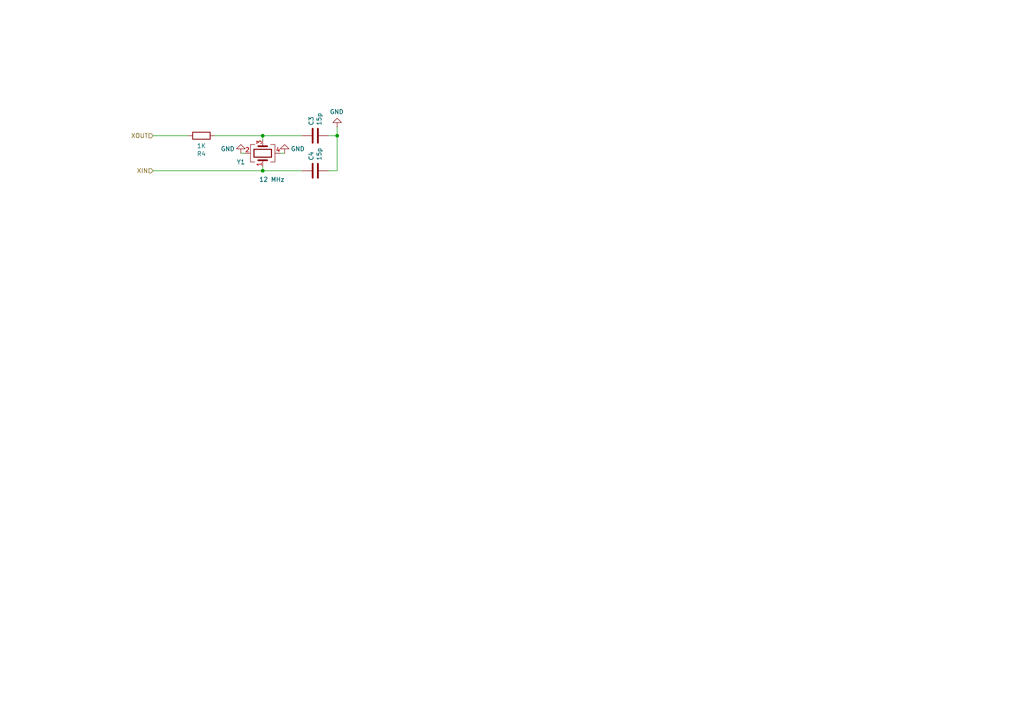
<source format=kicad_sch>
(kicad_sch (version 20231120) (generator "eeschema") (generator_version "8.0")
  (paper "A4")
  (title_block (title "FRANK M2U") (date "2025-02-06") (rev "1.00") (company "Mikhail Matveev") (comment 1 "https://github.com/xtremespb/frank"))
  (lib_symbols
    (symbol "Device:C" (pin_numbers hide) (pin_names (offset 0.254))
      (property "Reference" "C" (at 0.635 2.54 0))
      (property "Value" "C" (at 0.635 -2.54 0))
      (symbol "C_0_1"
        (polyline (pts (xy -2.032 -0.762) (xy 2.032 -0.762)) (stroke (width 0.508)))
        (polyline (pts (xy -2.032 0.762) (xy 2.032 0.762)) (stroke (width 0.508)))
      )
      (symbol "C_1_1"
        (pin passive line (at 0 3.81 270) (length 2.794) (name "~") (number "1"))
        (pin passive line (at 0 -3.81 90) (length 2.794) (name "~") (number "2"))
      )
    )
    (symbol "Device:Crystal_GND24" (pin_names (offset 1.016) hide)
      (property "Reference" "Y" (at 3.175 5.08 0))
      (property "Value" "Crystal_GND24" (at 3.175 3.175 0))
      (symbol "Crystal_GND24_0_1"
        (rectangle (start -1.143 2.54) (end 1.143 -2.54) (stroke (width 0.3048)))
        (polyline (pts (xy -2.54 0) (xy -2.032 0)))
        (polyline (pts (xy -2.032 -1.27) (xy -2.032 1.27)) (stroke (width 0.508)))
        (polyline (pts (xy 0 -3.81) (xy 0 -3.556)))
        (polyline (pts (xy 0 3.556) (xy 0 3.81)))
        (polyline (pts (xy 2.032 -1.27) (xy 2.032 1.27)) (stroke (width 0.508)))
        (polyline (pts (xy 2.032 0) (xy 2.54 0)))
        (polyline (pts (xy -2.54 -2.286) (xy -2.54 -3.556) (xy 2.54 -3.556) (xy 2.54 -2.286)))
        (polyline (pts (xy -2.54 2.286) (xy -2.54 3.556) (xy 2.54 3.556) (xy 2.54 2.286)))
      )
      (symbol "Crystal_GND24_1_1"
        (pin passive line (at -3.81 0 0) (length 1.27) (name "1") (number "1"))
        (pin passive line (at 0 5.08 270) (length 1.27) (name "2") (number "2"))
        (pin passive line (at 3.81 0 180) (length 1.27) (name "3") (number "3"))
        (pin passive line (at 0 -5.08 90) (length 1.27) (name "4") (number "4"))
      )
    )
    (symbol "Device:R" (pin_numbers hide) (pin_names (offset 0))
      (property "Reference" "R" (at 2.032 0 90))
      (property "Value" "R" (at 0 0 90))
      (symbol "R_0_1"
        (rectangle (start -1.016 -2.54) (end 1.016 2.54) (stroke (width 0.254)))
      )
      (symbol "R_1_1"
        (pin passive line (at 0 3.81 270) (length 1.27) (name "~") (number "1"))
        (pin passive line (at 0 -3.81 90) (length 1.27) (name "~") (number "2"))
      )
    )
    (symbol "GND_11" (power) (pin_numbers hide) (pin_names (offset 0) hide)
      (property "Value" "GND" (at 0 -3.81 0))
      (symbol "GND_11_0_1"
        (polyline (pts (xy 0 0) (xy 0 -1.27) (xy 1.27 -1.27) (xy 0 -2.54) (xy -1.27 -1.27) (xy 0 -1.27)))
      )
      (symbol "GND_11_1_1"
        (pin power_in line (at 0 0 270) (length 0) (name "~") (number "1"))
      )
    )
    (symbol "GND_12" (power) (pin_numbers hide) (pin_names (offset 0) hide)
      (property "Value" "GND" (at 0 -3.81 0))
      (symbol "GND_12_0_1"
        (polyline (pts (xy 0 0) (xy 0 -1.27) (xy 1.27 -1.27) (xy 0 -2.54) (xy -1.27 -1.27) (xy 0 -1.27)))
      )
      (symbol "GND_12_1_1"
        (pin power_in line (at 0 0 270) (length 0) (name "~") (number "1"))
      )
    )
    (symbol "power:GND" (power) (pin_numbers hide) (pin_names (offset 0) hide)
      (property "Value" "GND" (at 0 -3.81 0))
      (symbol "GND_0_1"
        (polyline (pts (xy 0 0) (xy 0 -1.27) (xy 1.27 -1.27) (xy 0 -2.54) (xy -1.27 -1.27) (xy 0 -1.27)))
      )
      (symbol "GND_1_1"
        (pin power_in line (at 0 0 270) (length 0) (name "~") (number "1"))
      )
    )
  )
  (junction (at 97.79 39.37))
  (junction (at 76.2 39.37))
  (junction (at 76.2 49.53))
  (wire (pts (xy 95.25 49.53) (xy 97.79 49.53)))
  (wire (pts (xy 76.2 49.53) (xy 44.45 49.53)))
  (wire (pts (xy 71.12 44.45) (xy 69.85 44.45)))
  (wire (pts (xy 95.25 39.37) (xy 97.79 39.37)))
  (wire (pts (xy 76.2 48.26) (xy 76.2 49.53)))
  (wire (pts (xy 97.79 49.53) (xy 97.79 39.37)))
  (wire (pts (xy 54.61 39.37) (xy 44.45 39.37)))
  (wire (pts (xy 97.79 39.37) (xy 97.79 36.83)))
  (wire (pts (xy 76.2 40.64) (xy 76.2 39.37)))
  (wire (pts (xy 82.55 44.45) (xy 81.28 44.45)))
  (wire (pts (xy 76.2 39.37) (xy 62.23 39.37)))
  (wire (pts (xy 87.63 39.37) (xy 76.2 39.37)))
  (wire (pts (xy 87.63 49.53) (xy 76.2 49.53)))
  (hierarchical_label "XIN" (shape input) (at 44.45 49.53 180))
  (hierarchical_label "XOUT" (shape input) (at 44.45 39.37 180))
  (symbol (lib_id "Device:Crystal_GND24") (at 76.2 44.45 90) (unit 1)
    (property "Reference" "Y1" (at 71.12 46.99 90) (effects (justify left)))
    (property "Value" "12 MHz" (at 82.55 52.07 90) (effects (justify left)))
    (property "Footprint" "FRANK:Crystal (3225)" (effects (hide yes)))
    (property "Datasheet" "https://eu.mouser.com/datasheet/2/905/c_NX3225SA_e-1317523.pdf" (effects (hide yes)))
    (property "Description" "ABM8-272-T3" (effects (hide yes)))
    (property "AliExpress" "https://www.aliexpress.com/item/1005004661413307.html" (effects (hide yes)))
  )
  (symbol (lib_name "GND_12") (lib_id "power:GND") (at 82.55 44.45 180) (unit 1)
    (property "Reference" "#PWR022" (effects (hide yes)))
    (property "Value" "GND" (at 86.36 43.18 0))
    (property "Description" "Power symbol creates a global label with name \"GND\" , ground" (effects (hide yes)))
  )
  (symbol (lib_id "Device:R") (at 58.42 39.37 90) (unit 1)
    (property "Reference" "R4" (at 58.42 44.6278 90))
    (property "Value" "1K" (at 58.42 42.3164 90))
    (property "Footprint" "FRANK:Resistor (0805)" (effects (hide yes)))
    (property "Datasheet" "https://www.vishay.com/docs/28952/mcs0402at-mct0603at-mcu0805at-mca1206at.pdf" (effects (hide yes)))
    (property "AliExpress" "https://www.aliexpress.com/item/1005005945735199.html" (effects (hide yes)))
  )
  (symbol (lib_name "GND_11") (lib_id "power:GND") (at 69.85 44.45 180) (unit 1)
    (property "Reference" "#PWR021" (effects (hide yes)))
    (property "Value" "GND" (at 66.04 43.18 0))
    (property "Description" "Power symbol creates a global label with name \"GND\" , ground" (effects (hide yes)))
  )
  (symbol (lib_id "Device:C") (at 91.44 39.37 90) (unit 1)
    (property "Reference" "C3" (at 90.2716 36.449 0) (effects (justify left)))
    (property "Value" "15p" (at 92.583 36.449 0) (effects (justify left)))
    (property "Footprint" "FRANK:Capacitor (0805)" (effects (hide yes)))
    (property "Datasheet" "https://www.vishay.com/docs/45199/vjcommercialseries.pdf" (effects (hide yes)))
    (property "AliExpress" "https://www.aliexpress.com/item/33008008276.html" (effects (hide yes)))
  )
  (symbol (lib_id "power:GND") (at 97.79 36.83 180) (unit 1)
    (property "Reference" "#PWR020" (effects (hide yes)))
    (property "Value" "GND" (at 97.663 32.4358 0))
    (property "Description" "Power symbol creates a global label with name \"GND\" , ground" (effects (hide yes)))
  )
  (symbol (lib_id "Device:C") (at 91.44 49.53 90) (unit 1)
    (property "Reference" "C4" (at 90.2716 46.609 0) (effects (justify left)))
    (property "Value" "15p" (at 92.583 46.609 0) (effects (justify left)))
    (property "Footprint" "FRANK:Capacitor (0805)" (effects (hide yes)))
    (property "Datasheet" "https://www.vishay.com/docs/45199/vjcommercialseries.pdf" (effects (hide yes)))
    (property "AliExpress" "https://www.aliexpress.com/item/33008008276.html" (effects (hide yes)))
  )
)
</source>
